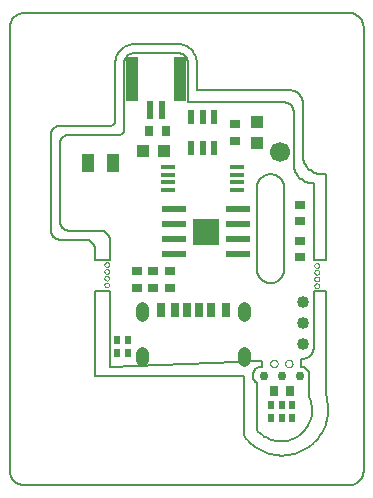
<source format=gtp>
G75*
G70*
%OFA0B0*%
%FSLAX24Y24*%
%IPPOS*%
%LPD*%
%AMOC8*
5,1,8,0,0,1.08239X$1,22.5*
%
%ADD10C,0.0050*%
%ADD11C,0.0000*%
%ADD12R,0.0433X0.0630*%
%ADD13R,0.0433X0.0394*%
%ADD14R,0.0394X0.0433*%
%ADD15R,0.0354X0.0250*%
%ADD16R,0.0250X0.0354*%
%ADD17R,0.0810X0.0240*%
%ADD18R,0.0900X0.0900*%
%ADD19R,0.0217X0.0472*%
%ADD20R,0.0472X0.0138*%
%ADD21R,0.0315X0.0472*%
%ADD22R,0.0250X0.0472*%
%ADD23C,0.0004*%
%ADD24C,0.0433*%
%ADD25C,0.0400*%
%ADD26C,0.0300*%
%ADD27R,0.0236X0.0600*%
%ADD28R,0.0400X0.1450*%
%ADD29R,0.0197X0.0276*%
%ADD30C,0.0669*%
D10*
X000500Y001000D02*
X000500Y015750D01*
X000502Y015794D01*
X000508Y015837D01*
X000517Y015879D01*
X000530Y015921D01*
X000547Y015961D01*
X000567Y016000D01*
X000590Y016037D01*
X000617Y016071D01*
X000646Y016104D01*
X000679Y016133D01*
X000713Y016160D01*
X000750Y016183D01*
X000789Y016203D01*
X000829Y016220D01*
X000871Y016233D01*
X000913Y016242D01*
X000956Y016248D01*
X001000Y016250D01*
X011800Y016250D01*
X011844Y016248D01*
X011887Y016242D01*
X011929Y016233D01*
X011971Y016220D01*
X012011Y016203D01*
X012050Y016183D01*
X012087Y016160D01*
X012121Y016133D01*
X012154Y016104D01*
X012183Y016071D01*
X012210Y016037D01*
X012233Y016000D01*
X012253Y015961D01*
X012270Y015921D01*
X012283Y015879D01*
X012292Y015837D01*
X012298Y015794D01*
X012300Y015750D01*
X012300Y001000D01*
X012298Y000956D01*
X012292Y000913D01*
X012283Y000871D01*
X012270Y000829D01*
X012253Y000789D01*
X012233Y000750D01*
X012210Y000713D01*
X012183Y000679D01*
X012154Y000646D01*
X012121Y000617D01*
X012087Y000590D01*
X012050Y000567D01*
X012011Y000547D01*
X011971Y000530D01*
X011929Y000517D01*
X011887Y000508D01*
X011844Y000502D01*
X011800Y000500D01*
X001000Y000500D01*
X000956Y000502D01*
X000913Y000508D01*
X000871Y000517D01*
X000829Y000530D01*
X000789Y000547D01*
X000750Y000567D01*
X000713Y000590D01*
X000679Y000617D01*
X000646Y000646D01*
X000617Y000679D01*
X000590Y000713D01*
X000567Y000750D01*
X000547Y000789D01*
X000530Y000829D01*
X000517Y000871D01*
X000508Y000913D01*
X000502Y000956D01*
X000500Y001000D01*
X003336Y004163D02*
X008300Y004163D01*
X008300Y002187D01*
X008750Y002337D02*
X008750Y003912D01*
X008749Y003912D02*
X008721Y003931D01*
X008695Y003952D01*
X008672Y003976D01*
X008652Y004003D01*
X008635Y004032D01*
X008621Y004063D01*
X008611Y004095D01*
X008605Y004128D01*
X008602Y004161D01*
X008603Y004195D01*
X008608Y004228D01*
X008617Y004260D01*
X008629Y004292D01*
X008645Y004321D01*
X008664Y004349D01*
X008686Y004374D01*
X008710Y004397D01*
X008738Y004417D01*
X008767Y004433D01*
X008798Y004446D01*
X008830Y004456D01*
X008863Y004462D01*
X008896Y004464D01*
X008896Y004463D02*
X008896Y004650D01*
X003836Y004463D01*
X003836Y006988D01*
X003336Y006988D01*
X003336Y004163D01*
X003336Y008022D02*
X003836Y008022D01*
X003836Y008715D01*
X003830Y008748D01*
X003821Y008780D01*
X003808Y008811D01*
X003792Y008840D01*
X003774Y008867D01*
X003752Y008893D01*
X003728Y008916D01*
X003702Y008936D01*
X003674Y008954D01*
X003644Y008968D01*
X003613Y008979D01*
X003581Y008987D01*
X003548Y008992D01*
X003515Y008993D01*
X003482Y008991D01*
X003481Y008991D02*
X002487Y008991D01*
X002454Y008993D01*
X002422Y008998D01*
X002390Y009006D01*
X002359Y009018D01*
X002330Y009033D01*
X002302Y009051D01*
X002276Y009072D01*
X002253Y009095D01*
X002232Y009121D01*
X002214Y009148D01*
X002199Y009178D01*
X002187Y009209D01*
X002179Y009241D01*
X002174Y009273D01*
X002172Y009306D01*
X002172Y011879D01*
X001872Y012179D02*
X001874Y012212D01*
X001879Y012244D01*
X001887Y012276D01*
X001899Y012307D01*
X001914Y012336D01*
X001932Y012364D01*
X001953Y012390D01*
X001976Y012413D01*
X002002Y012434D01*
X002030Y012452D01*
X002059Y012467D01*
X002090Y012479D01*
X002122Y012487D01*
X002154Y012492D01*
X002187Y012494D01*
X003877Y012494D01*
X003901Y012499D01*
X003925Y012508D01*
X003946Y012520D01*
X003966Y012535D01*
X003984Y012552D01*
X003999Y012572D01*
X004010Y012594D01*
X004019Y012617D01*
X004024Y012642D01*
X004026Y012666D01*
X004024Y012691D01*
X004024Y014600D01*
X004324Y014600D02*
X004324Y012391D01*
X004326Y012366D01*
X004324Y012342D01*
X004319Y012317D01*
X004310Y012294D01*
X004299Y012272D01*
X004284Y012252D01*
X004266Y012235D01*
X004246Y012220D01*
X004225Y012208D01*
X004201Y012199D01*
X004177Y012194D01*
X002487Y012194D01*
X002454Y012192D01*
X002422Y012187D01*
X002390Y012179D01*
X002359Y012167D01*
X002330Y012152D01*
X002302Y012134D01*
X002276Y012113D01*
X002253Y012090D01*
X002232Y012064D01*
X002214Y012036D01*
X002199Y012007D01*
X002187Y011976D01*
X002179Y011944D01*
X002174Y011912D01*
X002172Y011879D01*
X001872Y012179D02*
X001872Y009006D01*
X001874Y008973D01*
X001879Y008941D01*
X001887Y008909D01*
X001899Y008878D01*
X001914Y008848D01*
X001932Y008821D01*
X001953Y008795D01*
X001976Y008772D01*
X002002Y008751D01*
X002030Y008733D01*
X002059Y008718D01*
X002090Y008706D01*
X002122Y008698D01*
X002154Y008693D01*
X002187Y008691D01*
X002981Y008691D01*
X002982Y008691D02*
X003015Y008693D01*
X003048Y008692D01*
X003081Y008687D01*
X003113Y008679D01*
X003144Y008668D01*
X003174Y008654D01*
X003202Y008636D01*
X003228Y008616D01*
X003252Y008593D01*
X003274Y008567D01*
X003292Y008540D01*
X003308Y008511D01*
X003321Y008480D01*
X003330Y008448D01*
X003336Y008415D01*
X003336Y008022D01*
X006436Y013273D02*
X006436Y014600D01*
X006736Y014600D02*
X006732Y014650D01*
X006724Y014700D01*
X006712Y014749D01*
X006696Y014796D01*
X006677Y014843D01*
X006654Y014888D01*
X006628Y014930D01*
X006599Y014971D01*
X006566Y015009D01*
X006531Y015045D01*
X006492Y015078D01*
X006452Y015107D01*
X006409Y015133D01*
X006364Y015156D01*
X006318Y015175D01*
X006270Y015191D01*
X006221Y015203D01*
X006171Y015211D01*
X006121Y015215D01*
X006071Y015215D01*
X004689Y015215D01*
X004689Y014915D02*
X006071Y014915D01*
X006107Y014916D01*
X006142Y014913D01*
X006177Y014906D01*
X006211Y014896D01*
X006244Y014882D01*
X006276Y014865D01*
X006305Y014844D01*
X006332Y014821D01*
X006356Y014795D01*
X006378Y014767D01*
X006397Y014736D01*
X006412Y014704D01*
X006423Y014670D01*
X006432Y014635D01*
X006436Y014600D01*
X006736Y014600D02*
X006736Y013673D01*
X009855Y013673D01*
X009655Y013273D02*
X006436Y013273D01*
X004689Y015215D02*
X004641Y015215D01*
X004593Y015211D01*
X004546Y015204D01*
X004499Y015193D01*
X004454Y015179D01*
X004409Y015162D01*
X004366Y015141D01*
X004324Y015117D01*
X004285Y015091D01*
X004247Y015061D01*
X004212Y015028D01*
X004180Y014993D01*
X004150Y014956D01*
X004123Y014916D01*
X004099Y014875D01*
X004078Y014832D01*
X004060Y014787D01*
X004046Y014742D01*
X004035Y014695D01*
X004028Y014648D01*
X004024Y014600D01*
X004324Y014600D02*
X004328Y014635D01*
X004337Y014670D01*
X004348Y014704D01*
X004363Y014736D01*
X004382Y014767D01*
X004404Y014795D01*
X004428Y014821D01*
X004455Y014844D01*
X004484Y014865D01*
X004516Y014882D01*
X004549Y014896D01*
X004583Y014906D01*
X004618Y014913D01*
X004653Y014916D01*
X004689Y014915D01*
X008741Y010413D02*
X008741Y007703D01*
X008743Y007662D01*
X008748Y007622D01*
X008757Y007582D01*
X008770Y007543D01*
X008786Y007506D01*
X008805Y007470D01*
X008828Y007436D01*
X008853Y007404D01*
X008882Y007374D01*
X008912Y007347D01*
X008945Y007323D01*
X008980Y007302D01*
X009017Y007285D01*
X009055Y007270D01*
X009095Y007259D01*
X009135Y007252D01*
X009176Y007248D01*
X009216Y007248D01*
X009257Y007252D01*
X009297Y007259D01*
X009337Y007270D01*
X009375Y007285D01*
X009412Y007302D01*
X009447Y007323D01*
X009480Y007347D01*
X009510Y007374D01*
X009539Y007404D01*
X009564Y007436D01*
X009587Y007470D01*
X009606Y007506D01*
X009622Y007543D01*
X009635Y007582D01*
X009644Y007622D01*
X009649Y007662D01*
X009651Y007703D01*
X009651Y010413D01*
X009649Y010454D01*
X009644Y010494D01*
X009635Y010534D01*
X009622Y010573D01*
X009606Y010610D01*
X009587Y010646D01*
X009564Y010680D01*
X009539Y010712D01*
X009510Y010742D01*
X009480Y010769D01*
X009447Y010793D01*
X009412Y010814D01*
X009375Y010831D01*
X009337Y010846D01*
X009297Y010857D01*
X009257Y010864D01*
X009216Y010868D01*
X009176Y010868D01*
X009135Y010864D01*
X009095Y010857D01*
X009055Y010846D01*
X009017Y010831D01*
X008980Y010814D01*
X008945Y010793D01*
X008912Y010769D01*
X008882Y010742D01*
X008853Y010712D01*
X008828Y010680D01*
X008805Y010646D01*
X008786Y010610D01*
X008770Y010573D01*
X008757Y010534D01*
X008748Y010494D01*
X008743Y010454D01*
X008741Y010413D01*
X009970Y011199D02*
X009970Y012919D01*
X010270Y013218D02*
X010270Y013258D01*
X010266Y013299D01*
X010258Y013338D01*
X010247Y013377D01*
X010233Y013414D01*
X010215Y013450D01*
X010194Y013484D01*
X010169Y013516D01*
X010142Y013546D01*
X010113Y013573D01*
X010080Y013597D01*
X010046Y013618D01*
X010010Y013636D01*
X009973Y013651D01*
X009934Y013662D01*
X009895Y013669D01*
X009855Y013673D01*
X010270Y013219D02*
X010270Y011499D01*
X009970Y011199D02*
X009974Y011151D01*
X009980Y011103D01*
X009991Y011055D01*
X010005Y011009D01*
X010022Y010963D01*
X010043Y010919D01*
X010067Y010877D01*
X010094Y010837D01*
X010124Y010799D01*
X010157Y010763D01*
X010193Y010729D01*
X010230Y010699D01*
X010270Y010671D01*
X010312Y010646D01*
X010356Y010625D01*
X010401Y010607D01*
X010447Y010592D01*
X010495Y010581D01*
X010543Y010574D01*
X010591Y010570D01*
X010640Y010569D01*
X010639Y010569D02*
X010639Y008022D01*
X011039Y008022D01*
X011039Y010869D01*
X010939Y010869D01*
X010940Y010869D02*
X010891Y010870D01*
X010843Y010874D01*
X010795Y010881D01*
X010747Y010892D01*
X010701Y010907D01*
X010656Y010925D01*
X010612Y010946D01*
X010570Y010971D01*
X010530Y010999D01*
X010493Y011029D01*
X010457Y011063D01*
X010424Y011099D01*
X010394Y011137D01*
X010367Y011177D01*
X010343Y011219D01*
X010322Y011263D01*
X010305Y011309D01*
X010291Y011355D01*
X010280Y011403D01*
X010274Y011451D01*
X010270Y011499D01*
X009969Y012918D02*
X009970Y012953D01*
X009966Y012988D01*
X009959Y013023D01*
X009949Y013056D01*
X009934Y013088D01*
X009917Y013119D01*
X009897Y013147D01*
X009873Y013173D01*
X009847Y013197D01*
X009819Y013218D01*
X009789Y013236D01*
X009757Y013250D01*
X009724Y013261D01*
X009690Y013269D01*
X009655Y013272D01*
X010639Y006988D02*
X011039Y006988D01*
X011039Y003511D01*
X010482Y003440D02*
X010482Y004148D01*
X010483Y004181D01*
X010480Y004213D01*
X010474Y004245D01*
X010464Y004276D01*
X010451Y004306D01*
X010434Y004334D01*
X010415Y004360D01*
X010392Y004384D01*
X010367Y004405D01*
X010340Y004423D01*
X010311Y004438D01*
X010281Y004450D01*
X010249Y004458D01*
X010217Y004463D01*
X010217Y004718D01*
X010246Y004718D01*
X010246Y004717D02*
X010285Y004719D01*
X010323Y004725D01*
X010360Y004734D01*
X010397Y004747D01*
X010432Y004764D01*
X010465Y004783D01*
X010496Y004806D01*
X010525Y004832D01*
X010551Y004861D01*
X010574Y004892D01*
X010593Y004925D01*
X010610Y004960D01*
X010623Y004997D01*
X010632Y005034D01*
X010638Y005072D01*
X010640Y005111D01*
X010639Y005111D02*
X010639Y006988D01*
X011039Y003512D02*
X011062Y003438D01*
X011081Y003362D01*
X011095Y003286D01*
X011106Y003209D01*
X011114Y003132D01*
X011117Y003055D01*
X011116Y002977D01*
X011111Y002900D01*
X011103Y002823D01*
X011091Y002746D01*
X011074Y002670D01*
X011054Y002595D01*
X011030Y002522D01*
X011003Y002449D01*
X010972Y002378D01*
X010937Y002309D01*
X010899Y002241D01*
X010857Y002176D01*
X010813Y002112D01*
X010765Y002052D01*
X010714Y001993D01*
X010660Y001937D01*
X010603Y001884D01*
X010544Y001834D01*
X010483Y001787D01*
X010419Y001743D01*
X010353Y001702D01*
X010285Y001665D01*
X010215Y001631D01*
X010143Y001601D01*
X010070Y001575D01*
X009996Y001552D01*
X009921Y001533D01*
X009845Y001518D01*
X009768Y001506D01*
X009691Y001499D01*
X009614Y001495D01*
X009536Y001496D01*
X009459Y001500D01*
X009382Y001508D01*
X009305Y001520D01*
X009229Y001536D01*
X009154Y001556D01*
X009080Y001579D01*
X009008Y001606D01*
X008937Y001637D01*
X008867Y001672D01*
X008799Y001710D01*
X008734Y001751D01*
X008670Y001795D01*
X008609Y001843D01*
X008550Y001893D01*
X008494Y001947D01*
X008441Y002003D01*
X008390Y002062D01*
X008343Y002124D01*
X008299Y002187D01*
X008749Y002337D02*
X008791Y002290D01*
X008836Y002245D01*
X008884Y002204D01*
X008934Y002165D01*
X008987Y002129D01*
X009041Y002097D01*
X009098Y002068D01*
X009156Y002042D01*
X009215Y002020D01*
X009276Y002002D01*
X009338Y001987D01*
X009401Y001977D01*
X009464Y001970D01*
X009527Y001967D01*
X009591Y001968D01*
X009654Y001973D01*
X009717Y001982D01*
X009779Y001994D01*
X009840Y002011D01*
X009900Y002031D01*
X009959Y002054D01*
X010017Y002082D01*
X010072Y002112D01*
X010126Y002146D01*
X010177Y002184D01*
X010226Y002224D01*
X010272Y002267D01*
X010316Y002313D01*
X010357Y002362D01*
X010395Y002413D01*
X010429Y002466D01*
X010460Y002522D01*
X010488Y002579D01*
X010512Y002637D01*
X010533Y002697D01*
X010550Y002759D01*
X010563Y002821D01*
X010572Y002883D01*
X010577Y002947D01*
X010579Y003010D01*
X010577Y003074D01*
X010570Y003137D01*
X010560Y003199D01*
X010546Y003261D01*
X010529Y003322D01*
X010507Y003382D01*
X010482Y003440D01*
D11*
X009680Y004563D02*
X009682Y004585D01*
X009688Y004606D01*
X009697Y004625D01*
X009709Y004643D01*
X009725Y004659D01*
X009742Y004671D01*
X009762Y004680D01*
X009783Y004686D01*
X009805Y004688D01*
X009827Y004686D01*
X009848Y004680D01*
X009867Y004671D01*
X009885Y004659D01*
X009901Y004643D01*
X009913Y004625D01*
X009922Y004606D01*
X009928Y004585D01*
X009930Y004563D01*
X009928Y004541D01*
X009922Y004520D01*
X009913Y004501D01*
X009901Y004483D01*
X009885Y004467D01*
X009868Y004455D01*
X009848Y004446D01*
X009827Y004440D01*
X009805Y004438D01*
X009783Y004440D01*
X009762Y004446D01*
X009742Y004455D01*
X009725Y004467D01*
X009709Y004483D01*
X009697Y004500D01*
X009688Y004520D01*
X009682Y004541D01*
X009680Y004563D01*
X009185Y004563D02*
X009187Y004585D01*
X009193Y004606D01*
X009202Y004625D01*
X009214Y004643D01*
X009230Y004659D01*
X009247Y004671D01*
X009267Y004680D01*
X009288Y004686D01*
X009310Y004688D01*
X009332Y004686D01*
X009353Y004680D01*
X009372Y004671D01*
X009390Y004659D01*
X009406Y004643D01*
X009418Y004625D01*
X009427Y004606D01*
X009433Y004585D01*
X009435Y004563D01*
X009433Y004541D01*
X009427Y004520D01*
X009418Y004501D01*
X009406Y004483D01*
X009390Y004467D01*
X009373Y004455D01*
X009353Y004446D01*
X009332Y004440D01*
X009310Y004438D01*
X009288Y004440D01*
X009267Y004446D01*
X009247Y004455D01*
X009230Y004467D01*
X009214Y004483D01*
X009202Y004500D01*
X009193Y004520D01*
X009187Y004541D01*
X009185Y004563D01*
X010659Y007155D02*
X010661Y007172D01*
X010666Y007189D01*
X010675Y007203D01*
X010687Y007216D01*
X010702Y007226D01*
X010718Y007232D01*
X010735Y007235D01*
X010752Y007234D01*
X010769Y007229D01*
X010784Y007221D01*
X010797Y007210D01*
X010808Y007196D01*
X010815Y007181D01*
X010819Y007164D01*
X010819Y007146D01*
X010815Y007129D01*
X010808Y007114D01*
X010797Y007100D01*
X010784Y007089D01*
X010769Y007081D01*
X010752Y007076D01*
X010735Y007075D01*
X010718Y007078D01*
X010702Y007084D01*
X010687Y007094D01*
X010675Y007107D01*
X010666Y007121D01*
X010661Y007138D01*
X010659Y007155D01*
X010659Y007380D02*
X010661Y007397D01*
X010666Y007414D01*
X010675Y007428D01*
X010687Y007441D01*
X010702Y007451D01*
X010718Y007457D01*
X010735Y007460D01*
X010752Y007459D01*
X010769Y007454D01*
X010784Y007446D01*
X010797Y007435D01*
X010808Y007421D01*
X010815Y007406D01*
X010819Y007389D01*
X010819Y007371D01*
X010815Y007354D01*
X010808Y007339D01*
X010797Y007325D01*
X010784Y007314D01*
X010769Y007306D01*
X010752Y007301D01*
X010735Y007300D01*
X010718Y007303D01*
X010702Y007309D01*
X010687Y007319D01*
X010675Y007332D01*
X010666Y007346D01*
X010661Y007363D01*
X010659Y007380D01*
X010659Y007605D02*
X010661Y007622D01*
X010666Y007639D01*
X010675Y007653D01*
X010687Y007666D01*
X010702Y007676D01*
X010718Y007682D01*
X010735Y007685D01*
X010752Y007684D01*
X010769Y007679D01*
X010784Y007671D01*
X010797Y007660D01*
X010808Y007646D01*
X010815Y007631D01*
X010819Y007614D01*
X010819Y007596D01*
X010815Y007579D01*
X010808Y007564D01*
X010797Y007550D01*
X010784Y007539D01*
X010769Y007531D01*
X010752Y007526D01*
X010735Y007525D01*
X010718Y007528D01*
X010702Y007534D01*
X010687Y007544D01*
X010675Y007557D01*
X010666Y007571D01*
X010661Y007588D01*
X010659Y007605D01*
X010659Y007830D02*
X010661Y007847D01*
X010666Y007864D01*
X010675Y007878D01*
X010687Y007891D01*
X010702Y007901D01*
X010718Y007907D01*
X010735Y007910D01*
X010752Y007909D01*
X010769Y007904D01*
X010784Y007896D01*
X010797Y007885D01*
X010808Y007871D01*
X010815Y007856D01*
X010819Y007839D01*
X010819Y007821D01*
X010815Y007804D01*
X010808Y007789D01*
X010797Y007775D01*
X010784Y007764D01*
X010769Y007756D01*
X010752Y007751D01*
X010735Y007750D01*
X010718Y007753D01*
X010702Y007759D01*
X010687Y007769D01*
X010675Y007782D01*
X010666Y007796D01*
X010661Y007813D01*
X010659Y007830D01*
X003656Y007858D02*
X003658Y007875D01*
X003663Y007892D01*
X003672Y007906D01*
X003684Y007919D01*
X003699Y007929D01*
X003715Y007935D01*
X003732Y007938D01*
X003749Y007937D01*
X003766Y007932D01*
X003781Y007924D01*
X003794Y007913D01*
X003805Y007899D01*
X003812Y007884D01*
X003816Y007867D01*
X003816Y007849D01*
X003812Y007832D01*
X003805Y007817D01*
X003794Y007803D01*
X003781Y007792D01*
X003766Y007784D01*
X003749Y007779D01*
X003732Y007778D01*
X003715Y007781D01*
X003699Y007787D01*
X003684Y007797D01*
X003672Y007810D01*
X003663Y007824D01*
X003658Y007841D01*
X003656Y007858D01*
X003656Y007633D02*
X003658Y007650D01*
X003663Y007667D01*
X003672Y007681D01*
X003684Y007694D01*
X003699Y007704D01*
X003715Y007710D01*
X003732Y007713D01*
X003749Y007712D01*
X003766Y007707D01*
X003781Y007699D01*
X003794Y007688D01*
X003805Y007674D01*
X003812Y007659D01*
X003816Y007642D01*
X003816Y007624D01*
X003812Y007607D01*
X003805Y007592D01*
X003794Y007578D01*
X003781Y007567D01*
X003766Y007559D01*
X003749Y007554D01*
X003732Y007553D01*
X003715Y007556D01*
X003699Y007562D01*
X003684Y007572D01*
X003672Y007585D01*
X003663Y007599D01*
X003658Y007616D01*
X003656Y007633D01*
X003656Y007408D02*
X003658Y007425D01*
X003663Y007442D01*
X003672Y007456D01*
X003684Y007469D01*
X003699Y007479D01*
X003715Y007485D01*
X003732Y007488D01*
X003749Y007487D01*
X003766Y007482D01*
X003781Y007474D01*
X003794Y007463D01*
X003805Y007449D01*
X003812Y007434D01*
X003816Y007417D01*
X003816Y007399D01*
X003812Y007382D01*
X003805Y007367D01*
X003794Y007353D01*
X003781Y007342D01*
X003766Y007334D01*
X003749Y007329D01*
X003732Y007328D01*
X003715Y007331D01*
X003699Y007337D01*
X003684Y007347D01*
X003672Y007360D01*
X003663Y007374D01*
X003658Y007391D01*
X003656Y007408D01*
X003656Y007183D02*
X003658Y007200D01*
X003663Y007217D01*
X003672Y007231D01*
X003684Y007244D01*
X003699Y007254D01*
X003715Y007260D01*
X003732Y007263D01*
X003749Y007262D01*
X003766Y007257D01*
X003781Y007249D01*
X003794Y007238D01*
X003805Y007224D01*
X003812Y007209D01*
X003816Y007192D01*
X003816Y007174D01*
X003812Y007157D01*
X003805Y007142D01*
X003794Y007128D01*
X003781Y007117D01*
X003766Y007109D01*
X003749Y007104D01*
X003732Y007103D01*
X003715Y007106D01*
X003699Y007112D01*
X003684Y007122D01*
X003672Y007135D01*
X003663Y007149D01*
X003658Y007166D01*
X003656Y007183D01*
D12*
X003946Y011243D03*
X003119Y011243D03*
D13*
X008732Y011909D03*
X008732Y012618D03*
D14*
X005639Y011663D03*
X004929Y011663D03*
D15*
X008015Y011990D03*
X008015Y012537D03*
X010182Y009854D03*
X010182Y009307D03*
X010182Y008654D03*
X010182Y008107D03*
X005832Y007637D03*
X005832Y007090D03*
X005282Y007090D03*
X005282Y007637D03*
X004732Y007637D03*
X004732Y007090D03*
D16*
X005152Y012313D03*
X005699Y012313D03*
X009296Y003663D03*
X009843Y003663D03*
D17*
X008112Y008197D03*
X008112Y008697D03*
X008112Y009197D03*
X008112Y009697D03*
X005992Y009697D03*
X005992Y009197D03*
X005992Y008697D03*
X005992Y008197D03*
D18*
X007052Y008947D03*
D19*
X006932Y011752D03*
X006558Y011752D03*
X007306Y011752D03*
X007306Y012775D03*
X006932Y012775D03*
X006558Y012775D03*
D20*
X005781Y011118D03*
X005781Y010862D03*
X005781Y010606D03*
X005781Y010350D03*
X008084Y010350D03*
X008084Y010606D03*
X008084Y010862D03*
X008084Y011118D03*
D21*
X007701Y006346D03*
X007217Y006346D03*
X006020Y006346D03*
X005536Y006346D03*
D22*
X006422Y006346D03*
X006816Y006346D03*
D23*
X008211Y006417D02*
X008211Y006173D01*
X008212Y006173D02*
X008214Y006153D01*
X008219Y006134D01*
X008228Y006116D01*
X008240Y006100D01*
X008255Y006087D01*
X008272Y006076D01*
X008290Y006069D01*
X008310Y006065D01*
X008330Y006065D01*
X008350Y006069D01*
X008368Y006076D01*
X008385Y006087D01*
X008400Y006100D01*
X008412Y006116D01*
X008421Y006134D01*
X008426Y006153D01*
X008428Y006173D01*
X008428Y006417D01*
X008426Y006437D01*
X008421Y006456D01*
X008412Y006474D01*
X008400Y006490D01*
X008385Y006503D01*
X008368Y006514D01*
X008350Y006521D01*
X008330Y006525D01*
X008310Y006525D01*
X008290Y006521D01*
X008272Y006514D01*
X008255Y006503D01*
X008240Y006490D01*
X008228Y006474D01*
X008219Y006456D01*
X008214Y006437D01*
X008212Y006417D01*
X008211Y004921D02*
X008211Y004677D01*
X008212Y004677D02*
X008214Y004657D01*
X008219Y004638D01*
X008228Y004620D01*
X008240Y004604D01*
X008255Y004591D01*
X008272Y004580D01*
X008290Y004573D01*
X008310Y004569D01*
X008330Y004569D01*
X008350Y004573D01*
X008368Y004580D01*
X008385Y004591D01*
X008400Y004604D01*
X008412Y004620D01*
X008421Y004638D01*
X008426Y004657D01*
X008428Y004677D01*
X008428Y004921D01*
X008426Y004941D01*
X008421Y004960D01*
X008412Y004978D01*
X008400Y004994D01*
X008385Y005007D01*
X008368Y005018D01*
X008350Y005025D01*
X008330Y005029D01*
X008310Y005029D01*
X008290Y005025D01*
X008272Y005018D01*
X008255Y005007D01*
X008240Y004994D01*
X008228Y004978D01*
X008219Y004960D01*
X008214Y004941D01*
X008212Y004921D01*
X005026Y004921D02*
X005026Y004677D01*
X005024Y004657D01*
X005019Y004638D01*
X005010Y004620D01*
X004998Y004604D01*
X004983Y004591D01*
X004966Y004580D01*
X004948Y004573D01*
X004928Y004569D01*
X004908Y004569D01*
X004888Y004573D01*
X004870Y004580D01*
X004853Y004591D01*
X004838Y004604D01*
X004826Y004620D01*
X004817Y004638D01*
X004812Y004657D01*
X004810Y004677D01*
X004810Y004921D01*
X004812Y004941D01*
X004817Y004960D01*
X004826Y004978D01*
X004838Y004994D01*
X004853Y005007D01*
X004870Y005018D01*
X004888Y005025D01*
X004908Y005029D01*
X004928Y005029D01*
X004948Y005025D01*
X004966Y005018D01*
X004983Y005007D01*
X004998Y004994D01*
X005010Y004978D01*
X005019Y004960D01*
X005024Y004941D01*
X005026Y004921D01*
X005026Y006173D02*
X005026Y006417D01*
X005024Y006437D01*
X005019Y006456D01*
X005010Y006474D01*
X004998Y006490D01*
X004983Y006503D01*
X004966Y006514D01*
X004948Y006521D01*
X004928Y006525D01*
X004908Y006525D01*
X004888Y006521D01*
X004870Y006514D01*
X004853Y006503D01*
X004838Y006490D01*
X004826Y006474D01*
X004817Y006456D01*
X004812Y006437D01*
X004810Y006417D01*
X004810Y006173D01*
X004812Y006153D01*
X004817Y006134D01*
X004826Y006116D01*
X004838Y006100D01*
X004853Y006087D01*
X004870Y006076D01*
X004888Y006069D01*
X004908Y006065D01*
X004928Y006065D01*
X004948Y006069D01*
X004966Y006076D01*
X004983Y006087D01*
X004998Y006100D01*
X005010Y006116D01*
X005019Y006134D01*
X005024Y006153D01*
X005026Y006173D01*
D24*
X004918Y006411D02*
X004918Y006411D01*
X004918Y006175D01*
X004918Y006175D01*
X004918Y006411D01*
X004918Y004915D02*
X004918Y004915D01*
X004918Y004679D01*
X004918Y004679D01*
X004918Y004915D01*
X008320Y004915D02*
X008320Y004915D01*
X008320Y004679D01*
X008320Y004679D01*
X008320Y004915D01*
X008320Y006411D02*
X008320Y006411D01*
X008320Y006175D01*
X008320Y006175D01*
X008320Y006411D01*
D25*
X010282Y006601D03*
X010282Y005901D03*
X010282Y005201D03*
D26*
X010170Y004163D03*
X009570Y004163D03*
X008970Y004163D03*
D27*
X005573Y013019D03*
X005179Y013019D03*
D28*
X004567Y014063D03*
X006184Y014063D03*
D29*
X004432Y005343D03*
X004082Y005343D03*
X004082Y004909D03*
X004432Y004909D03*
X009220Y003180D03*
X009570Y003180D03*
X009920Y003180D03*
X009920Y002747D03*
X009570Y002747D03*
X009220Y002747D03*
D30*
X009500Y011613D03*
M02*

</source>
